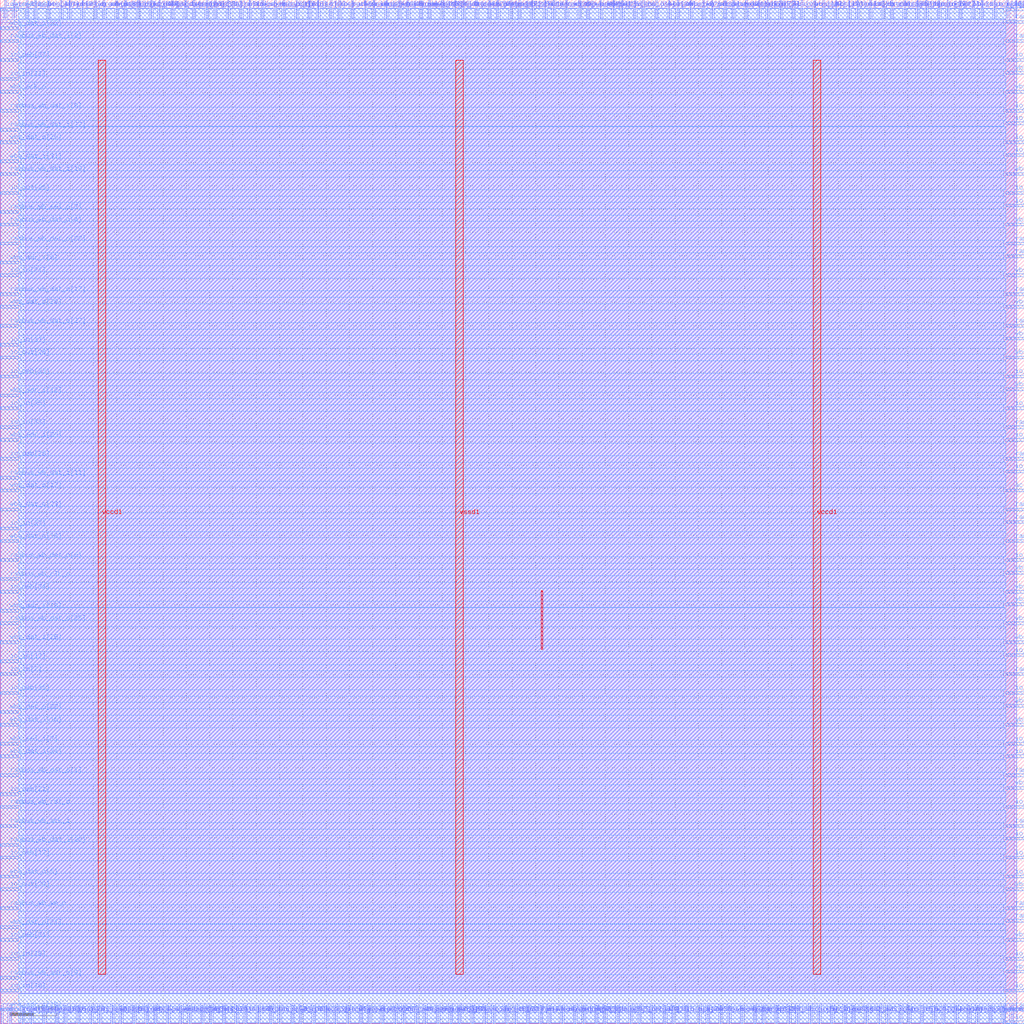
<source format=lef>
VERSION 5.7 ;
  NOWIREEXTENSIONATPIN ON ;
  DIVIDERCHAR "/" ;
  BUSBITCHARS "[]" ;
MACRO wrapped_bin_mult
  CLASS BLOCK ;
  FOREIGN wrapped_bin_mult ;
  ORIGIN 0.000 0.000 ;
  SIZE 220.000 BY 220.000 ;
  PIN active
    DIRECTION INPUT ;
    USE SIGNAL ;
    PORT
      LAYER met3 ;
        RECT 216.000 114.280 220.000 114.880 ;
    END
  END active
  PIN io_in[0]
    DIRECTION INPUT ;
    USE SIGNAL ;
    PORT
      LAYER met2 ;
        RECT 59.890 0.000 60.170 4.000 ;
    END
  END io_in[0]
  PIN io_in[10]
    DIRECTION INPUT ;
    USE SIGNAL ;
    PORT
      LAYER met3 ;
        RECT 0.000 6.840 4.000 7.440 ;
    END
  END io_in[10]
  PIN io_in[11]
    DIRECTION INPUT ;
    USE SIGNAL ;
    PORT
      LAYER met3 ;
        RECT 0.000 202.680 4.000 203.280 ;
    END
  END io_in[11]
  PIN io_in[12]
    DIRECTION INPUT ;
    USE SIGNAL ;
    PORT
      LAYER met2 ;
        RECT 128.890 216.000 129.170 220.000 ;
    END
  END io_in[12]
  PIN io_in[13]
    DIRECTION INPUT ;
    USE SIGNAL ;
    PORT
      LAYER met3 ;
        RECT 216.000 31.320 220.000 31.920 ;
    END
  END io_in[13]
  PIN io_in[14]
    DIRECTION INPUT ;
    USE SIGNAL ;
    PORT
      LAYER met2 ;
        RECT 114.170 216.000 114.450 220.000 ;
    END
  END io_in[14]
  PIN io_in[15]
    DIRECTION INPUT ;
    USE SIGNAL ;
    PORT
      LAYER met2 ;
        RECT 193.290 0.000 193.570 4.000 ;
    END
  END io_in[15]
  PIN io_in[16]
    DIRECTION INPUT ;
    USE SIGNAL ;
    PORT
      LAYER met2 ;
        RECT 162.010 0.000 162.290 4.000 ;
    END
  END io_in[16]
  PIN io_in[17]
    DIRECTION INPUT ;
    USE SIGNAL ;
    PORT
      LAYER met3 ;
        RECT 0.000 77.560 4.000 78.160 ;
    END
  END io_in[17]
  PIN io_in[18]
    DIRECTION INPUT ;
    USE SIGNAL ;
    PORT
      LAYER met2 ;
        RECT 105.890 0.000 106.170 4.000 ;
    END
  END io_in[18]
  PIN io_in[19]
    DIRECTION INPUT ;
    USE SIGNAL ;
    PORT
      LAYER met3 ;
        RECT 0.000 13.640 4.000 14.240 ;
    END
  END io_in[19]
  PIN io_in[1]
    DIRECTION INPUT ;
    USE SIGNAL ;
    PORT
      LAYER met2 ;
        RECT 175.810 0.000 176.090 4.000 ;
    END
  END io_in[1]
  PIN io_in[20]
    DIRECTION INPUT ;
    USE SIGNAL ;
    PORT
      LAYER met3 ;
        RECT 216.000 46.280 220.000 46.880 ;
    END
  END io_in[20]
  PIN io_in[21]
    DIRECTION INPUT ;
    USE SIGNAL ;
    PORT
      LAYER met3 ;
        RECT 0.000 160.520 4.000 161.120 ;
    END
  END io_in[21]
  PIN io_in[22]
    DIRECTION INPUT ;
    USE SIGNAL ;
    PORT
      LAYER met2 ;
        RECT 71.850 0.000 72.130 4.000 ;
    END
  END io_in[22]
  PIN io_in[23]
    DIRECTION INPUT ;
    USE SIGNAL ;
    PORT
      LAYER met2 ;
        RECT 96.690 0.000 96.970 4.000 ;
    END
  END io_in[23]
  PIN io_in[24]
    DIRECTION INPUT ;
    USE SIGNAL ;
    PORT
      LAYER met3 ;
        RECT 216.000 59.880 220.000 60.480 ;
    END
  END io_in[24]
  PIN io_in[25]
    DIRECTION INPUT ;
    USE SIGNAL ;
    PORT
      LAYER met3 ;
        RECT 0.000 131.960 4.000 132.560 ;
    END
  END io_in[25]
  PIN io_in[26]
    DIRECTION INPUT ;
    USE SIGNAL ;
    PORT
      LAYER met3 ;
        RECT 216.000 118.360 220.000 118.960 ;
    END
  END io_in[26]
  PIN io_in[27]
    DIRECTION INPUT ;
    USE SIGNAL ;
    PORT
      LAYER met3 ;
        RECT 0.000 106.120 4.000 106.720 ;
    END
  END io_in[27]
  PIN io_in[28]
    DIRECTION INPUT ;
    USE SIGNAL ;
    PORT
      LAYER met3 ;
        RECT 216.000 70.760 220.000 71.360 ;
    END
  END io_in[28]
  PIN io_in[29]
    DIRECTION INPUT ;
    USE SIGNAL ;
    PORT
      LAYER met2 ;
        RECT 44.250 216.000 44.530 220.000 ;
    END
  END io_in[29]
  PIN io_in[2]
    DIRECTION INPUT ;
    USE SIGNAL ;
    PORT
      LAYER met3 ;
        RECT 0.000 74.840 4.000 75.440 ;
    END
  END io_in[2]
  PIN io_in[30]
    DIRECTION INPUT ;
    USE SIGNAL ;
    PORT
      LAYER met2 ;
        RECT 108.650 0.000 108.930 4.000 ;
    END
  END io_in[30]
  PIN io_in[31]
    DIRECTION INPUT ;
    USE SIGNAL ;
    PORT
      LAYER met2 ;
        RECT 206.170 216.000 206.450 220.000 ;
    END
  END io_in[31]
  PIN io_in[32]
    DIRECTION INPUT ;
    USE SIGNAL ;
    PORT
      LAYER met2 ;
        RECT 62.650 0.000 62.930 4.000 ;
    END
  END io_in[32]
  PIN io_in[33]
    DIRECTION INPUT ;
    USE SIGNAL ;
    PORT
      LAYER met3 ;
        RECT 0.000 127.880 4.000 128.480 ;
    END
  END io_in[33]
  PIN io_in[34]
    DIRECTION INPUT ;
    USE SIGNAL ;
    PORT
      LAYER met2 ;
        RECT 68.170 216.000 68.450 220.000 ;
    END
  END io_in[34]
  PIN io_in[35]
    DIRECTION INPUT ;
    USE SIGNAL ;
    PORT
      LAYER met2 ;
        RECT 150.050 0.000 150.330 4.000 ;
    END
  END io_in[35]
  PIN io_in[36]
    DIRECTION INPUT ;
    USE SIGNAL ;
    PORT
      LAYER met2 ;
        RECT 150.970 216.000 151.250 220.000 ;
    END
  END io_in[36]
  PIN io_in[37]
    DIRECTION INPUT ;
    USE SIGNAL ;
    PORT
      LAYER met3 ;
        RECT 0.000 145.560 4.000 146.160 ;
    END
  END io_in[37]
  PIN io_in[3]
    DIRECTION INPUT ;
    USE SIGNAL ;
    PORT
      LAYER met3 ;
        RECT 216.000 195.880 220.000 196.480 ;
    END
  END io_in[3]
  PIN io_in[4]
    DIRECTION INPUT ;
    USE SIGNAL ;
    PORT
      LAYER met3 ;
        RECT 216.000 57.160 220.000 57.760 ;
    END
  END io_in[4]
  PIN io_in[5]
    DIRECTION INPUT ;
    USE SIGNAL ;
    PORT
      LAYER met2 ;
        RECT 164.770 216.000 165.050 220.000 ;
    END
  END io_in[5]
  PIN io_in[6]
    DIRECTION INPUT ;
    USE SIGNAL ;
    PORT
      LAYER met2 ;
        RECT 195.130 0.000 195.410 4.000 ;
    END
  END io_in[6]
  PIN io_in[7]
    DIRECTION INPUT ;
    USE SIGNAL ;
    PORT
      LAYER met2 ;
        RECT 81.970 0.000 82.250 4.000 ;
    END
  END io_in[7]
  PIN io_in[8]
    DIRECTION INPUT ;
    USE SIGNAL ;
    PORT
      LAYER met2 ;
        RECT 48.850 216.000 49.130 220.000 ;
    END
  END io_in[8]
  PIN io_in[9]
    DIRECTION INPUT ;
    USE SIGNAL ;
    PORT
      LAYER met2 ;
        RECT 1.010 216.000 1.290 220.000 ;
    END
  END io_in[9]
  PIN io_oeb[0]
    DIRECTION OUTPUT TRISTATE ;
    USE SIGNAL ;
    PORT
      LAYER met2 ;
        RECT 24.010 0.000 24.290 4.000 ;
    END
  END io_oeb[0]
  PIN io_oeb[10]
    DIRECTION OUTPUT TRISTATE ;
    USE SIGNAL ;
    PORT
      LAYER met3 ;
        RECT 216.000 78.920 220.000 79.520 ;
    END
  END io_oeb[10]
  PIN io_oeb[11]
    DIRECTION OUTPUT TRISTATE ;
    USE SIGNAL ;
    PORT
      LAYER met2 ;
        RECT 166.610 0.000 166.890 4.000 ;
    END
  END io_oeb[11]
  PIN io_oeb[12]
    DIRECTION OUTPUT TRISTATE ;
    USE SIGNAL ;
    PORT
      LAYER met2 ;
        RECT 21.250 0.000 21.530 4.000 ;
    END
  END io_oeb[12]
  PIN io_oeb[13]
    DIRECTION OUTPUT TRISTATE ;
    USE SIGNAL ;
    PORT
      LAYER met2 ;
        RECT 178.570 0.000 178.850 4.000 ;
    END
  END io_oeb[13]
  PIN io_oeb[14]
    DIRECTION OUTPUT TRISTATE ;
    USE SIGNAL ;
    PORT
      LAYER met2 ;
        RECT 63.570 216.000 63.850 220.000 ;
    END
  END io_oeb[14]
  PIN io_oeb[15]
    DIRECTION OUTPUT TRISTATE ;
    USE SIGNAL ;
    PORT
      LAYER met3 ;
        RECT 216.000 175.480 220.000 176.080 ;
    END
  END io_oeb[15]
  PIN io_oeb[16]
    DIRECTION OUTPUT TRISTATE ;
    USE SIGNAL ;
    PORT
      LAYER met2 ;
        RECT 202.490 0.000 202.770 4.000 ;
    END
  END io_oeb[16]
  PIN io_oeb[17]
    DIRECTION OUTPUT TRISTATE ;
    USE SIGNAL ;
    PORT
      LAYER met3 ;
        RECT 0.000 35.400 4.000 36.000 ;
    END
  END io_oeb[17]
  PIN io_oeb[18]
    DIRECTION OUTPUT TRISTATE ;
    USE SIGNAL ;
    PORT
      LAYER met3 ;
        RECT 0.000 217.640 4.000 218.240 ;
    END
  END io_oeb[18]
  PIN io_oeb[19]
    DIRECTION OUTPUT TRISTATE ;
    USE SIGNAL ;
    PORT
      LAYER met2 ;
        RECT 137.170 0.000 137.450 4.000 ;
    END
  END io_oeb[19]
  PIN io_oeb[1]
    DIRECTION OUTPUT TRISTATE ;
    USE SIGNAL ;
    PORT
      LAYER met2 ;
        RECT 194.210 216.000 194.490 220.000 ;
    END
  END io_oeb[1]
  PIN io_oeb[20]
    DIRECTION OUTPUT TRISTATE ;
    USE SIGNAL ;
    PORT
      LAYER met3 ;
        RECT 216.000 193.160 220.000 193.760 ;
    END
  END io_oeb[20]
  PIN io_oeb[21]
    DIRECTION OUTPUT TRISTATE ;
    USE SIGNAL ;
    PORT
      LAYER met3 ;
        RECT 0.000 49.000 4.000 49.600 ;
    END
  END io_oeb[21]
  PIN io_oeb[22]
    DIRECTION OUTPUT TRISTATE ;
    USE SIGNAL ;
    PORT
      LAYER met2 ;
        RECT 201.570 216.000 201.850 220.000 ;
    END
  END io_oeb[22]
  PIN io_oeb[23]
    DIRECTION OUTPUT TRISTATE ;
    USE SIGNAL ;
    PORT
      LAYER met3 ;
        RECT 0.000 138.760 4.000 139.360 ;
    END
  END io_oeb[23]
  PIN io_oeb[24]
    DIRECTION OUTPUT TRISTATE ;
    USE SIGNAL ;
    PORT
      LAYER met3 ;
        RECT 216.000 217.640 220.000 218.240 ;
    END
  END io_oeb[24]
  PIN io_oeb[25]
    DIRECTION OUTPUT TRISTATE ;
    USE SIGNAL ;
    PORT
      LAYER met2 ;
        RECT 126.130 216.000 126.410 220.000 ;
    END
  END io_oeb[25]
  PIN io_oeb[26]
    DIRECTION OUTPUT TRISTATE ;
    USE SIGNAL ;
    PORT
      LAYER met3 ;
        RECT 0.000 121.080 4.000 121.680 ;
    END
  END io_oeb[26]
  PIN io_oeb[27]
    DIRECTION OUTPUT TRISTATE ;
    USE SIGNAL ;
    PORT
      LAYER met3 ;
        RECT 216.000 99.320 220.000 99.920 ;
    END
  END io_oeb[27]
  PIN io_oeb[28]
    DIRECTION OUTPUT TRISTATE ;
    USE SIGNAL ;
    PORT
      LAYER met2 ;
        RECT 39.650 216.000 39.930 220.000 ;
    END
  END io_oeb[28]
  PIN io_oeb[29]
    DIRECTION OUTPUT TRISTATE ;
    USE SIGNAL ;
    PORT
      LAYER met2 ;
        RECT 45.170 0.000 45.450 4.000 ;
    END
  END io_oeb[29]
  PIN io_oeb[2]
    DIRECTION OUTPUT TRISTATE ;
    USE SIGNAL ;
    PORT
      LAYER met2 ;
        RECT 32.290 216.000 32.570 220.000 ;
    END
  END io_oeb[2]
  PIN io_oeb[30]
    DIRECTION OUTPUT TRISTATE ;
    USE SIGNAL ;
    PORT
      LAYER met2 ;
        RECT 218.130 216.000 218.410 220.000 ;
    END
  END io_oeb[30]
  PIN io_oeb[31]
    DIRECTION OUTPUT TRISTATE ;
    USE SIGNAL ;
    PORT
      LAYER met3 ;
        RECT 0.000 17.720 4.000 18.320 ;
    END
  END io_oeb[31]
  PIN io_oeb[32]
    DIRECTION OUTPUT TRISTATE ;
    USE SIGNAL ;
    PORT
      LAYER met2 ;
        RECT 125.210 0.000 125.490 4.000 ;
    END
  END io_oeb[32]
  PIN io_oeb[33]
    DIRECTION OUTPUT TRISTATE ;
    USE SIGNAL ;
    PORT
      LAYER met2 ;
        RECT 118.770 216.000 119.050 220.000 ;
    END
  END io_oeb[33]
  PIN io_oeb[34]
    DIRECTION OUTPUT TRISTATE ;
    USE SIGNAL ;
    PORT
      LAYER met3 ;
        RECT 0.000 92.520 4.000 93.120 ;
    END
  END io_oeb[34]
  PIN io_oeb[35]
    DIRECTION OUTPUT TRISTATE ;
    USE SIGNAL ;
    PORT
      LAYER met3 ;
        RECT 0.000 70.760 4.000 71.360 ;
    END
  END io_oeb[35]
  PIN io_oeb[36]
    DIRECTION OUTPUT TRISTATE ;
    USE SIGNAL ;
    PORT
      LAYER met2 ;
        RECT 147.290 0.000 147.570 4.000 ;
    END
  END io_oeb[36]
  PIN io_oeb[37]
    DIRECTION OUTPUT TRISTATE ;
    USE SIGNAL ;
    PORT
      LAYER met3 ;
        RECT 0.000 206.760 4.000 207.360 ;
    END
  END io_oeb[37]
  PIN io_oeb[3]
    DIRECTION OUTPUT TRISTATE ;
    USE SIGNAL ;
    PORT
      LAYER met3 ;
        RECT 216.000 186.360 220.000 186.960 ;
    END
  END io_oeb[3]
  PIN io_oeb[4]
    DIRECTION OUTPUT TRISTATE ;
    USE SIGNAL ;
    PORT
      LAYER met2 ;
        RECT 7.450 216.000 7.730 220.000 ;
    END
  END io_oeb[4]
  PIN io_oeb[5]
    DIRECTION OUTPUT TRISTATE ;
    USE SIGNAL ;
    PORT
      LAYER met3 ;
        RECT 216.000 138.760 220.000 139.360 ;
    END
  END io_oeb[5]
  PIN io_oeb[6]
    DIRECTION OUTPUT TRISTATE ;
    USE SIGNAL ;
    PORT
      LAYER met2 ;
        RECT 79.210 0.000 79.490 4.000 ;
    END
  END io_oeb[6]
  PIN io_oeb[7]
    DIRECTION OUTPUT TRISTATE ;
    USE SIGNAL ;
    PORT
      LAYER met3 ;
        RECT 216.000 39.480 220.000 40.080 ;
    END
  END io_oeb[7]
  PIN io_oeb[8]
    DIRECTION OUTPUT TRISTATE ;
    USE SIGNAL ;
    PORT
      LAYER met3 ;
        RECT 216.000 206.760 220.000 207.360 ;
    END
  END io_oeb[8]
  PIN io_oeb[9]
    DIRECTION OUTPUT TRISTATE ;
    USE SIGNAL ;
    PORT
      LAYER met3 ;
        RECT 216.000 35.400 220.000 36.000 ;
    END
  END io_oeb[9]
  PIN io_out[0]
    DIRECTION OUTPUT TRISTATE ;
    USE SIGNAL ;
    PORT
      LAYER met2 ;
        RECT 167.530 216.000 167.810 220.000 ;
    END
  END io_out[0]
  PIN io_out[10]
    DIRECTION OUTPUT TRISTATE ;
    USE SIGNAL ;
    PORT
      LAYER met3 ;
        RECT 216.000 178.200 220.000 178.800 ;
    END
  END io_out[10]
  PIN io_out[11]
    DIRECTION OUTPUT TRISTATE ;
    USE SIGNAL ;
    PORT
      LAYER met3 ;
        RECT 216.000 0.040 220.000 0.640 ;
    END
  END io_out[11]
  PIN io_out[12]
    DIRECTION OUTPUT TRISTATE ;
    USE SIGNAL ;
    PORT
      LAYER met2 ;
        RECT 181.330 0.000 181.610 4.000 ;
    END
  END io_out[12]
  PIN io_out[13]
    DIRECTION OUTPUT TRISTATE ;
    USE SIGNAL ;
    PORT
      LAYER met2 ;
        RECT 173.970 0.000 174.250 4.000 ;
    END
  END io_out[13]
  PIN io_out[14]
    DIRECTION OUTPUT TRISTATE ;
    USE SIGNAL ;
    PORT
      LAYER met3 ;
        RECT 216.000 13.640 220.000 14.240 ;
    END
  END io_out[14]
  PIN io_out[15]
    DIRECTION OUTPUT TRISTATE ;
    USE SIGNAL ;
    PORT
      LAYER met2 ;
        RECT 139.930 0.000 140.210 4.000 ;
    END
  END io_out[15]
  PIN io_out[16]
    DIRECTION OUTPUT TRISTATE ;
    USE SIGNAL ;
    PORT
      LAYER met2 ;
        RECT 172.130 216.000 172.410 220.000 ;
    END
  END io_out[16]
  PIN io_out[17]
    DIRECTION OUTPUT TRISTATE ;
    USE SIGNAL ;
    PORT
      LAYER met2 ;
        RECT 176.730 216.000 177.010 220.000 ;
    END
  END io_out[17]
  PIN io_out[18]
    DIRECTION OUTPUT TRISTATE ;
    USE SIGNAL ;
    PORT
      LAYER met2 ;
        RECT 92.090 216.000 92.370 220.000 ;
    END
  END io_out[18]
  PIN io_out[19]
    DIRECTION OUTPUT TRISTATE ;
    USE SIGNAL ;
    PORT
      LAYER met2 ;
        RECT 197.890 0.000 198.170 4.000 ;
    END
  END io_out[19]
  PIN io_out[1]
    DIRECTION OUTPUT TRISTATE ;
    USE SIGNAL ;
    PORT
      LAYER met2 ;
        RECT 47.930 0.000 48.210 4.000 ;
    END
  END io_out[1]
  PIN io_out[20]
    DIRECTION OUTPUT TRISTATE ;
    USE SIGNAL ;
    PORT
      LAYER met2 ;
        RECT 43.330 0.000 43.610 4.000 ;
    END
  END io_out[20]
  PIN io_out[21]
    DIRECTION OUTPUT TRISTATE ;
    USE SIGNAL ;
    PORT
      LAYER met2 ;
        RECT 20.330 216.000 20.610 220.000 ;
    END
  END io_out[21]
  PIN io_out[22]
    DIRECTION OUTPUT TRISTATE ;
    USE SIGNAL ;
    PORT
      LAYER met2 ;
        RECT 162.930 216.000 163.210 220.000 ;
    END
  END io_out[22]
  PIN io_out[23]
    DIRECTION OUTPUT TRISTATE ;
    USE SIGNAL ;
    PORT
      LAYER met2 ;
        RECT 90.250 216.000 90.530 220.000 ;
    END
  END io_out[23]
  PIN io_out[24]
    DIRECTION OUTPUT TRISTATE ;
    USE SIGNAL ;
    PORT
      LAYER met2 ;
        RECT 12.970 216.000 13.250 220.000 ;
    END
  END io_out[24]
  PIN io_out[25]
    DIRECTION OUTPUT TRISTATE ;
    USE SIGNAL ;
    PORT
      LAYER met3 ;
        RECT 0.000 178.200 4.000 178.800 ;
    END
  END io_out[25]
  PIN io_out[26]
    DIRECTION OUTPUT TRISTATE ;
    USE SIGNAL ;
    PORT
      LAYER met3 ;
        RECT 0.000 142.840 4.000 143.440 ;
    END
  END io_out[26]
  PIN io_out[27]
    DIRECTION OUTPUT TRISTATE ;
    USE SIGNAL ;
    PORT
      LAYER met2 ;
        RECT 212.610 0.000 212.890 4.000 ;
    END
  END io_out[27]
  PIN io_out[28]
    DIRECTION OUTPUT TRISTATE ;
    USE SIGNAL ;
    PORT
      LAYER met2 ;
        RECT 163.850 0.000 164.130 4.000 ;
    END
  END io_out[28]
  PIN io_out[29]
    DIRECTION OUTPUT TRISTATE ;
    USE SIGNAL ;
    PORT
      LAYER met3 ;
        RECT 0.000 28.600 4.000 29.200 ;
    END
  END io_out[29]
  PIN io_out[2]
    DIRECTION OUTPUT TRISTATE ;
    USE SIGNAL ;
    PORT
      LAYER met3 ;
        RECT 216.000 131.960 220.000 132.560 ;
    END
  END io_out[2]
  PIN io_out[30]
    DIRECTION OUTPUT TRISTATE ;
    USE SIGNAL ;
    PORT
      LAYER met2 ;
        RECT 140.850 216.000 141.130 220.000 ;
    END
  END io_out[30]
  PIN io_out[31]
    DIRECTION OUTPUT TRISTATE ;
    USE SIGNAL ;
    PORT
      LAYER met3 ;
        RECT 216.000 189.080 220.000 189.680 ;
    END
  END io_out[31]
  PIN io_out[32]
    DIRECTION OUTPUT TRISTATE ;
    USE SIGNAL ;
    PORT
      LAYER met2 ;
        RECT 156.490 0.000 156.770 4.000 ;
    END
  END io_out[32]
  PIN io_out[33]
    DIRECTION OUTPUT TRISTATE ;
    USE SIGNAL ;
    PORT
      LAYER met3 ;
        RECT 216.000 6.840 220.000 7.440 ;
    END
  END io_out[33]
  PIN io_out[34]
    DIRECTION OUTPUT TRISTATE ;
    USE SIGNAL ;
    PORT
      LAYER met2 ;
        RECT 29.530 216.000 29.810 220.000 ;
    END
  END io_out[34]
  PIN io_out[35]
    DIRECTION OUTPUT TRISTATE ;
    USE SIGNAL ;
    PORT
      LAYER met2 ;
        RECT 50.690 0.000 50.970 4.000 ;
    END
  END io_out[35]
  PIN io_out[36]
    DIRECTION OUTPUT TRISTATE ;
    USE SIGNAL ;
    PORT
      LAYER met2 ;
        RECT 136.250 216.000 136.530 220.000 ;
    END
  END io_out[36]
  PIN io_out[37]
    DIRECTION OUTPUT TRISTATE ;
    USE SIGNAL ;
    PORT
      LAYER met2 ;
        RECT 213.530 216.000 213.810 220.000 ;
    END
  END io_out[37]
  PIN io_out[3]
    DIRECTION OUTPUT TRISTATE ;
    USE SIGNAL ;
    PORT
      LAYER met2 ;
        RECT 203.410 216.000 203.690 220.000 ;
    END
  END io_out[3]
  PIN io_out[4]
    DIRECTION OUTPUT TRISTATE ;
    USE SIGNAL ;
    PORT
      LAYER met2 ;
        RECT 182.250 216.000 182.530 220.000 ;
    END
  END io_out[4]
  PIN io_out[5]
    DIRECTION OUTPUT TRISTATE ;
    USE SIGNAL ;
    PORT
      LAYER met2 ;
        RECT 72.770 216.000 73.050 220.000 ;
    END
  END io_out[5]
  PIN io_out[6]
    DIRECTION OUTPUT TRISTATE ;
    USE SIGNAL ;
    PORT
      LAYER met2 ;
        RECT 60.810 216.000 61.090 220.000 ;
    END
  END io_out[6]
  PIN io_out[7]
    DIRECTION OUTPUT TRISTATE ;
    USE SIGNAL ;
    PORT
      LAYER met3 ;
        RECT 216.000 125.160 220.000 125.760 ;
    END
  END io_out[7]
  PIN io_out[8]
    DIRECTION OUTPUT TRISTATE ;
    USE SIGNAL ;
    PORT
      LAYER met2 ;
        RECT 9.290 0.000 9.570 4.000 ;
    END
  END io_out[8]
  PIN io_out[9]
    DIRECTION OUTPUT TRISTATE ;
    USE SIGNAL ;
    PORT
      LAYER met2 ;
        RECT 66.330 216.000 66.610 220.000 ;
    END
  END io_out[9]
  PIN rambus_wb_ack_i
    DIRECTION INPUT ;
    USE SIGNAL ;
    PORT
      LAYER met3 ;
        RECT 0.000 42.200 4.000 42.800 ;
    END
  END rambus_wb_ack_i
  PIN rambus_wb_adr_o[0]
    DIRECTION OUTPUT TRISTATE ;
    USE SIGNAL ;
    PORT
      LAYER met3 ;
        RECT 216.000 156.440 220.000 157.040 ;
    END
  END rambus_wb_adr_o[0]
  PIN rambus_wb_adr_o[1]
    DIRECTION OUTPUT TRISTATE ;
    USE SIGNAL ;
    PORT
      LAYER met2 ;
        RECT 14.810 216.000 15.090 220.000 ;
    END
  END rambus_wb_adr_o[1]
  PIN rambus_wb_adr_o[2]
    DIRECTION OUTPUT TRISTATE ;
    USE SIGNAL ;
    PORT
      LAYER met2 ;
        RECT 75.530 216.000 75.810 220.000 ;
    END
  END rambus_wb_adr_o[2]
  PIN rambus_wb_adr_o[3]
    DIRECTION OUTPUT TRISTATE ;
    USE SIGNAL ;
    PORT
      LAYER met2 ;
        RECT 208.010 0.000 208.290 4.000 ;
    END
  END rambus_wb_adr_o[3]
  PIN rambus_wb_adr_o[4]
    DIRECTION OUTPUT TRISTATE ;
    USE SIGNAL ;
    PORT
      LAYER met3 ;
        RECT 216.000 214.920 220.000 215.520 ;
    END
  END rambus_wb_adr_o[4]
  PIN rambus_wb_adr_o[5]
    DIRECTION OUTPUT TRISTATE ;
    USE SIGNAL ;
    PORT
      LAYER met3 ;
        RECT 216.000 42.200 220.000 42.800 ;
    END
  END rambus_wb_adr_o[5]
  PIN rambus_wb_adr_o[6]
    DIRECTION OUTPUT TRISTATE ;
    USE SIGNAL ;
    PORT
      LAYER met2 ;
        RECT 209.850 0.000 210.130 4.000 ;
    END
  END rambus_wb_adr_o[6]
  PIN rambus_wb_adr_o[7]
    DIRECTION OUTPUT TRISTATE ;
    USE SIGNAL ;
    PORT
      LAYER met3 ;
        RECT 216.000 103.400 220.000 104.000 ;
    END
  END rambus_wb_adr_o[7]
  PIN rambus_wb_adr_o[8]
    DIRECTION OUTPUT TRISTATE ;
    USE SIGNAL ;
    PORT
      LAYER met2 ;
        RECT 33.210 0.000 33.490 4.000 ;
    END
  END rambus_wb_adr_o[8]
  PIN rambus_wb_adr_o[9]
    DIRECTION OUTPUT TRISTATE ;
    USE SIGNAL ;
    PORT
      LAYER met3 ;
        RECT 0.000 9.560 4.000 10.160 ;
    END
  END rambus_wb_adr_o[9]
  PIN rambus_wb_clk_o
    DIRECTION OUTPUT TRISTATE ;
    USE SIGNAL ;
    PORT
      LAYER met3 ;
        RECT 0.000 95.240 4.000 95.840 ;
    END
  END rambus_wb_clk_o
  PIN rambus_wb_cyc_o
    DIRECTION OUTPUT TRISTATE ;
    USE SIGNAL ;
    PORT
      LAYER met2 ;
        RECT 53.450 216.000 53.730 220.000 ;
    END
  END rambus_wb_cyc_o
  PIN rambus_wb_dat_i[0]
    DIRECTION INPUT ;
    USE SIGNAL ;
    PORT
      LAYER met2 ;
        RECT 85.650 216.000 85.930 220.000 ;
    END
  END rambus_wb_dat_i[0]
  PIN rambus_wb_dat_i[10]
    DIRECTION INPUT ;
    USE SIGNAL ;
    PORT
      LAYER met2 ;
        RECT 84.730 0.000 85.010 4.000 ;
    END
  END rambus_wb_dat_i[10]
  PIN rambus_wb_dat_i[11]
    DIRECTION INPUT ;
    USE SIGNAL ;
    PORT
      LAYER met3 ;
        RECT 0.000 117.000 4.000 117.600 ;
    END
  END rambus_wb_dat_i[11]
  PIN rambus_wb_dat_i[12]
    DIRECTION INPUT ;
    USE SIGNAL ;
    PORT
      LAYER met2 ;
        RECT 188.690 0.000 188.970 4.000 ;
    END
  END rambus_wb_dat_i[12]
  PIN rambus_wb_dat_i[13]
    DIRECTION INPUT ;
    USE SIGNAL ;
    PORT
      LAYER met3 ;
        RECT 216.000 21.800 220.000 22.400 ;
    END
  END rambus_wb_dat_i[13]
  PIN rambus_wb_dat_i[14]
    DIRECTION INPUT ;
    USE SIGNAL ;
    PORT
      LAYER met2 ;
        RECT 116.930 216.000 117.210 220.000 ;
    END
  END rambus_wb_dat_i[14]
  PIN rambus_wb_dat_i[15]
    DIRECTION INPUT ;
    USE SIGNAL ;
    PORT
      LAYER met2 ;
        RECT 82.890 216.000 83.170 220.000 ;
    END
  END rambus_wb_dat_i[15]
  PIN rambus_wb_dat_i[16]
    DIRECTION INPUT ;
    USE SIGNAL ;
    PORT
      LAYER met2 ;
        RECT 102.210 216.000 102.490 220.000 ;
    END
  END rambus_wb_dat_i[16]
  PIN rambus_wb_dat_i[17]
    DIRECTION INPUT ;
    USE SIGNAL ;
    PORT
      LAYER met2 ;
        RECT 101.290 0.000 101.570 4.000 ;
    END
  END rambus_wb_dat_i[17]
  PIN rambus_wb_dat_i[18]
    DIRECTION INPUT ;
    USE SIGNAL ;
    PORT
      LAYER met2 ;
        RECT 123.370 0.000 123.650 4.000 ;
    END
  END rambus_wb_dat_i[18]
  PIN rambus_wb_dat_i[19]
    DIRECTION INPUT ;
    USE SIGNAL ;
    PORT
      LAYER met3 ;
        RECT 0.000 182.280 4.000 182.880 ;
    END
  END rambus_wb_dat_i[19]
  PIN rambus_wb_dat_i[1]
    DIRECTION INPUT ;
    USE SIGNAL ;
    PORT
      LAYER met2 ;
        RECT 31.370 0.000 31.650 4.000 ;
    END
  END rambus_wb_dat_i[1]
  PIN rambus_wb_dat_i[20]
    DIRECTION INPUT ;
    USE SIGNAL ;
    PORT
      LAYER met3 ;
        RECT 0.000 38.120 4.000 38.720 ;
    END
  END rambus_wb_dat_i[20]
  PIN rambus_wb_dat_i[21]
    DIRECTION INPUT ;
    USE SIGNAL ;
    PORT
      LAYER met2 ;
        RECT 94.850 216.000 95.130 220.000 ;
    END
  END rambus_wb_dat_i[21]
  PIN rambus_wb_dat_i[22]
    DIRECTION INPUT ;
    USE SIGNAL ;
    PORT
      LAYER met2 ;
        RECT 215.370 0.000 215.650 4.000 ;
    END
  END rambus_wb_dat_i[22]
  PIN rambus_wb_dat_i[23]
    DIRECTION INPUT ;
    USE SIGNAL ;
    PORT
      LAYER met3 ;
        RECT 216.000 110.200 220.000 110.800 ;
    END
  END rambus_wb_dat_i[23]
  PIN rambus_wb_dat_i[24]
    DIRECTION INPUT ;
    USE SIGNAL ;
    PORT
      LAYER met3 ;
        RECT 216.000 121.080 220.000 121.680 ;
    END
  END rambus_wb_dat_i[24]
  PIN rambus_wb_dat_i[25]
    DIRECTION INPUT ;
    USE SIGNAL ;
    PORT
      LAYER met3 ;
        RECT 216.000 149.640 220.000 150.240 ;
    END
  END rambus_wb_dat_i[25]
  PIN rambus_wb_dat_i[26]
    DIRECTION INPUT ;
    USE SIGNAL ;
    PORT
      LAYER met2 ;
        RECT 124.290 216.000 124.570 220.000 ;
    END
  END rambus_wb_dat_i[26]
  PIN rambus_wb_dat_i[27]
    DIRECTION INPUT ;
    USE SIGNAL ;
    PORT
      LAYER met3 ;
        RECT 0.000 191.800 4.000 192.400 ;
    END
  END rambus_wb_dat_i[27]
  PIN rambus_wb_dat_i[28]
    DIRECTION INPUT ;
    USE SIGNAL ;
    PORT
      LAYER met2 ;
        RECT 34.130 216.000 34.410 220.000 ;
    END
  END rambus_wb_dat_i[28]
  PIN rambus_wb_dat_i[29]
    DIRECTION INPUT ;
    USE SIGNAL ;
    PORT
      LAYER met3 ;
        RECT 216.000 167.320 220.000 167.920 ;
    END
  END rambus_wb_dat_i[29]
  PIN rambus_wb_dat_i[2]
    DIRECTION INPUT ;
    USE SIGNAL ;
    PORT
      LAYER met3 ;
        RECT 0.000 210.840 4.000 211.440 ;
    END
  END rambus_wb_dat_i[2]
  PIN rambus_wb_dat_i[30]
    DIRECTION INPUT ;
    USE SIGNAL ;
    PORT
      LAYER met3 ;
        RECT 216.000 2.760 220.000 3.360 ;
    END
  END rambus_wb_dat_i[30]
  PIN rambus_wb_dat_i[31]
    DIRECTION INPUT ;
    USE SIGNAL ;
    PORT
      LAYER met2 ;
        RECT 87.490 216.000 87.770 220.000 ;
    END
  END rambus_wb_dat_i[31]
  PIN rambus_wb_dat_i[3]
    DIRECTION INPUT ;
    USE SIGNAL ;
    PORT
      LAYER met3 ;
        RECT 216.000 107.480 220.000 108.080 ;
    END
  END rambus_wb_dat_i[3]
  PIN rambus_wb_dat_i[4]
    DIRECTION INPUT ;
    USE SIGNAL ;
    PORT
      LAYER met3 ;
        RECT 216.000 74.840 220.000 75.440 ;
    END
  END rambus_wb_dat_i[4]
  PIN rambus_wb_dat_i[5]
    DIRECTION INPUT ;
    USE SIGNAL ;
    PORT
      LAYER met2 ;
        RECT 17.570 216.000 17.850 220.000 ;
    END
  END rambus_wb_dat_i[5]
  PIN rambus_wb_dat_i[6]
    DIRECTION INPUT ;
    USE SIGNAL ;
    PORT
      LAYER met2 ;
        RECT 51.610 216.000 51.890 220.000 ;
    END
  END rambus_wb_dat_i[6]
  PIN rambus_wb_dat_i[7]
    DIRECTION INPUT ;
    USE SIGNAL ;
    PORT
      LAYER met2 ;
        RECT 74.610 0.000 74.890 4.000 ;
    END
  END rambus_wb_dat_i[7]
  PIN rambus_wb_dat_i[8]
    DIRECTION INPUT ;
    USE SIGNAL ;
    PORT
      LAYER met3 ;
        RECT 0.000 195.880 4.000 196.480 ;
    END
  END rambus_wb_dat_i[8]
  PIN rambus_wb_dat_i[9]
    DIRECTION INPUT ;
    USE SIGNAL ;
    PORT
      LAYER met2 ;
        RECT 184.090 216.000 184.370 220.000 ;
    END
  END rambus_wb_dat_i[9]
  PIN rambus_wb_dat_o[0]
    DIRECTION OUTPUT TRISTATE ;
    USE SIGNAL ;
    PORT
      LAYER met3 ;
        RECT 0.000 99.320 4.000 99.920 ;
    END
  END rambus_wb_dat_o[0]
  PIN rambus_wb_dat_o[10]
    DIRECTION OUTPUT TRISTATE ;
    USE SIGNAL ;
    PORT
      LAYER met2 ;
        RECT 113.250 0.000 113.530 4.000 ;
    END
  END rambus_wb_dat_o[10]
  PIN rambus_wb_dat_o[11]
    DIRECTION OUTPUT TRISTATE ;
    USE SIGNAL ;
    PORT
      LAYER met2 ;
        RECT 77.370 0.000 77.650 4.000 ;
    END
  END rambus_wb_dat_o[11]
  PIN rambus_wb_dat_o[12]
    DIRECTION OUTPUT TRISTATE ;
    USE SIGNAL ;
    PORT
      LAYER met2 ;
        RECT 154.650 0.000 154.930 4.000 ;
    END
  END rambus_wb_dat_o[12]
  PIN rambus_wb_dat_o[13]
    DIRECTION OUTPUT TRISTATE ;
    USE SIGNAL ;
    PORT
      LAYER met3 ;
        RECT 216.000 127.880 220.000 128.480 ;
    END
  END rambus_wb_dat_o[13]
  PIN rambus_wb_dat_o[14]
    DIRECTION OUTPUT TRISTATE ;
    USE SIGNAL ;
    PORT
      LAYER met2 ;
        RECT 26.770 216.000 27.050 220.000 ;
    END
  END rambus_wb_dat_o[14]
  PIN rambus_wb_dat_o[15]
    DIRECTION OUTPUT TRISTATE ;
    USE SIGNAL ;
    PORT
      LAYER met2 ;
        RECT 191.450 216.000 191.730 220.000 ;
    END
  END rambus_wb_dat_o[15]
  PIN rambus_wb_dat_o[16]
    DIRECTION OUTPUT TRISTATE ;
    USE SIGNAL ;
    PORT
      LAYER met2 ;
        RECT 4.690 0.000 4.970 4.000 ;
    END
  END rambus_wb_dat_o[16]
  PIN rambus_wb_dat_o[17]
    DIRECTION OUTPUT TRISTATE ;
    USE SIGNAL ;
    PORT
      LAYER met3 ;
        RECT 0.000 156.440 4.000 157.040 ;
    END
  END rambus_wb_dat_o[17]
  PIN rambus_wb_dat_o[18]
    DIRECTION OUTPUT TRISTATE ;
    USE SIGNAL ;
    PORT
      LAYER met2 ;
        RECT 67.250 0.000 67.530 4.000 ;
    END
  END rambus_wb_dat_o[18]
  PIN rambus_wb_dat_o[19]
    DIRECTION OUTPUT TRISTATE ;
    USE SIGNAL ;
    PORT
      LAYER met2 ;
        RECT 111.410 216.000 111.690 220.000 ;
    END
  END rambus_wb_dat_o[19]
  PIN rambus_wb_dat_o[1]
    DIRECTION OUTPUT TRISTATE ;
    USE SIGNAL ;
    PORT
      LAYER met3 ;
        RECT 0.000 53.080 4.000 53.680 ;
    END
  END rambus_wb_dat_o[1]
  PIN rambus_wb_dat_o[20]
    DIRECTION OUTPUT TRISTATE ;
    USE SIGNAL ;
    PORT
      LAYER met2 ;
        RECT 58.050 0.000 58.330 4.000 ;
    END
  END rambus_wb_dat_o[20]
  PIN rambus_wb_dat_o[21]
    DIRECTION OUTPUT TRISTATE ;
    USE SIGNAL ;
    PORT
      LAYER met2 ;
        RECT 116.010 0.000 116.290 4.000 ;
    END
  END rambus_wb_dat_o[21]
  PIN rambus_wb_dat_o[22]
    DIRECTION OUTPUT TRISTATE ;
    USE SIGNAL ;
    PORT
      LAYER met3 ;
        RECT 0.000 167.320 4.000 167.920 ;
    END
  END rambus_wb_dat_o[22]
  PIN rambus_wb_dat_o[23]
    DIRECTION OUTPUT TRISTATE ;
    USE SIGNAL ;
    PORT
      LAYER met3 ;
        RECT 216.000 53.080 220.000 53.680 ;
    END
  END rambus_wb_dat_o[23]
  PIN rambus_wb_dat_o[24]
    DIRECTION OUTPUT TRISTATE ;
    USE SIGNAL ;
    PORT
      LAYER met2 ;
        RECT 148.210 216.000 148.490 220.000 ;
    END
  END rambus_wb_dat_o[24]
  PIN rambus_wb_dat_o[25]
    DIRECTION OUTPUT TRISTATE ;
    USE SIGNAL ;
    PORT
      LAYER met3 ;
        RECT 0.000 85.720 4.000 86.320 ;
    END
  END rambus_wb_dat_o[25]
  PIN rambus_wb_dat_o[26]
    DIRECTION OUTPUT TRISTATE ;
    USE SIGNAL ;
    PORT
      LAYER met2 ;
        RECT 121.530 216.000 121.810 220.000 ;
    END
  END rambus_wb_dat_o[26]
  PIN rambus_wb_dat_o[27]
    DIRECTION OUTPUT TRISTATE ;
    USE SIGNAL ;
    PORT
      LAYER met3 ;
        RECT 0.000 149.640 4.000 150.240 ;
    END
  END rambus_wb_dat_o[27]
  PIN rambus_wb_dat_o[28]
    DIRECTION OUTPUT TRISTATE ;
    USE SIGNAL ;
    PORT
      LAYER met3 ;
        RECT 216.000 210.840 220.000 211.440 ;
    END
  END rambus_wb_dat_o[28]
  PIN rambus_wb_dat_o[29]
    DIRECTION OUTPUT TRISTATE ;
    USE SIGNAL ;
    PORT
      LAYER met2 ;
        RECT 22.170 216.000 22.450 220.000 ;
    END
  END rambus_wb_dat_o[29]
  PIN rambus_wb_dat_o[2]
    DIRECTION OUTPUT TRISTATE ;
    USE SIGNAL ;
    PORT
      LAYER met2 ;
        RECT 117.850 0.000 118.130 4.000 ;
    END
  END rambus_wb_dat_o[2]
  PIN rambus_wb_dat_o[30]
    DIRECTION OUTPUT TRISTATE ;
    USE SIGNAL ;
    PORT
      LAYER met3 ;
        RECT 216.000 164.600 220.000 165.200 ;
    END
  END rambus_wb_dat_o[30]
  PIN rambus_wb_dat_o[31]
    DIRECTION OUTPUT TRISTATE ;
    USE SIGNAL ;
    PORT
      LAYER met2 ;
        RECT 171.210 0.000 171.490 4.000 ;
    END
  END rambus_wb_dat_o[31]
  PIN rambus_wb_dat_o[3]
    DIRECTION OUTPUT TRISTATE ;
    USE SIGNAL ;
    PORT
      LAYER met2 ;
        RECT 99.450 216.000 99.730 220.000 ;
    END
  END rambus_wb_dat_o[3]
  PIN rambus_wb_dat_o[4]
    DIRECTION OUTPUT TRISTATE ;
    USE SIGNAL ;
    PORT
      LAYER met3 ;
        RECT 0.000 171.400 4.000 172.000 ;
    END
  END rambus_wb_dat_o[4]
  PIN rambus_wb_dat_o[5]
    DIRECTION OUTPUT TRISTATE ;
    USE SIGNAL ;
    PORT
      LAYER met2 ;
        RECT 152.810 216.000 153.090 220.000 ;
    END
  END rambus_wb_dat_o[5]
  PIN rambus_wb_dat_o[6]
    DIRECTION OUTPUT TRISTATE ;
    USE SIGNAL ;
    PORT
      LAYER met2 ;
        RECT 19.410 0.000 19.690 4.000 ;
    END
  END rambus_wb_dat_o[6]
  PIN rambus_wb_dat_o[7]
    DIRECTION OUTPUT TRISTATE ;
    USE SIGNAL ;
    PORT
      LAYER met3 ;
        RECT 216.000 24.520 220.000 25.120 ;
    END
  END rambus_wb_dat_o[7]
  PIN rambus_wb_dat_o[8]
    DIRECTION OUTPUT TRISTATE ;
    USE SIGNAL ;
    PORT
      LAYER met2 ;
        RECT 89.330 0.000 89.610 4.000 ;
    END
  END rambus_wb_dat_o[8]
  PIN rambus_wb_dat_o[9]
    DIRECTION OUTPUT TRISTATE ;
    USE SIGNAL ;
    PORT
      LAYER met2 ;
        RECT 80.130 216.000 80.410 220.000 ;
    END
  END rambus_wb_dat_o[9]
  PIN rambus_wb_rst_o
    DIRECTION OUTPUT TRISTATE ;
    USE SIGNAL ;
    PORT
      LAYER met3 ;
        RECT 0.000 46.280 4.000 46.880 ;
    END
  END rambus_wb_rst_o
  PIN rambus_wb_sel_o[0]
    DIRECTION OUTPUT TRISTATE ;
    USE SIGNAL ;
    PORT
      LAYER met2 ;
        RECT 151.890 0.000 152.170 4.000 ;
    END
  END rambus_wb_sel_o[0]
  PIN rambus_wb_sel_o[1]
    DIRECTION OUTPUT TRISTATE ;
    USE SIGNAL ;
    PORT
      LAYER met2 ;
        RECT 155.570 216.000 155.850 220.000 ;
    END
  END rambus_wb_sel_o[1]
  PIN rambus_wb_sel_o[2]
    DIRECTION OUTPUT TRISTATE ;
    USE SIGNAL ;
    PORT
      LAYER met2 ;
        RECT 70.930 216.000 71.210 220.000 ;
    END
  END rambus_wb_sel_o[2]
  PIN rambus_wb_sel_o[3]
    DIRECTION OUTPUT TRISTATE ;
    USE SIGNAL ;
    PORT
      LAYER met3 ;
        RECT 0.000 174.120 4.000 174.720 ;
    END
  END rambus_wb_sel_o[3]
  PIN rambus_wb_stb_o
    DIRECTION OUTPUT TRISTATE ;
    USE SIGNAL ;
    PORT
      LAYER met2 ;
        RECT 145.450 216.000 145.730 220.000 ;
    END
  END rambus_wb_stb_o
  PIN rambus_wb_we_o
    DIRECTION OUTPUT TRISTATE ;
    USE SIGNAL ;
    PORT
      LAYER met3 ;
        RECT 0.000 24.520 4.000 25.120 ;
    END
  END rambus_wb_we_o
  PIN vccd1
    DIRECTION INPUT ;
    USE POWER ;
    PORT
      LAYER met4 ;
        RECT 21.040 10.640 22.640 206.960 ;
    END
    PORT
      LAYER met4 ;
        RECT 174.640 10.640 176.240 206.960 ;
    END
  END vccd1
  PIN vssd1
    DIRECTION INPUT ;
    USE GROUND ;
    PORT
      LAYER met4 ;
        RECT 97.840 10.640 99.440 206.960 ;
    END
  END vssd1
  PIN wb_clk_i
    DIRECTION INPUT ;
    USE SIGNAL ;
    PORT
      LAYER met2 ;
        RECT 190.530 0.000 190.810 4.000 ;
    END
  END wb_clk_i
  PIN wb_rst_i
    DIRECTION INPUT ;
    USE SIGNAL ;
    PORT
      LAYER met2 ;
        RECT 133.490 216.000 133.770 220.000 ;
    END
  END wb_rst_i
  PIN wbs_ack_o
    DIRECTION OUTPUT TRISTATE ;
    USE SIGNAL ;
    PORT
      LAYER met3 ;
        RECT 0.000 199.960 4.000 200.560 ;
    END
  END wbs_ack_o
  PIN wbs_adr_i[0]
    DIRECTION INPUT ;
    USE SIGNAL ;
    PORT
      LAYER met3 ;
        RECT 0.000 163.240 4.000 163.840 ;
    END
  END wbs_adr_i[0]
  PIN wbs_adr_i[10]
    DIRECTION INPUT ;
    USE SIGNAL ;
    PORT
      LAYER met2 ;
        RECT 174.890 216.000 175.170 220.000 ;
    END
  END wbs_adr_i[10]
  PIN wbs_adr_i[11]
    DIRECTION INPUT ;
    USE SIGNAL ;
    PORT
      LAYER met2 ;
        RECT 109.570 216.000 109.850 220.000 ;
    END
  END wbs_adr_i[11]
  PIN wbs_adr_i[12]
    DIRECTION INPUT ;
    USE SIGNAL ;
    PORT
      LAYER met3 ;
        RECT 0.000 134.680 4.000 135.280 ;
    END
  END wbs_adr_i[12]
  PIN wbs_adr_i[13]
    DIRECTION INPUT ;
    USE SIGNAL ;
    PORT
      LAYER met2 ;
        RECT 58.970 216.000 59.250 220.000 ;
    END
  END wbs_adr_i[13]
  PIN wbs_adr_i[14]
    DIRECTION INPUT ;
    USE SIGNAL ;
    PORT
      LAYER met3 ;
        RECT 216.000 96.600 220.000 97.200 ;
    END
  END wbs_adr_i[14]
  PIN wbs_adr_i[15]
    DIRECTION INPUT ;
    USE SIGNAL ;
    PORT
      LAYER met3 ;
        RECT 0.000 2.760 4.000 3.360 ;
    END
  END wbs_adr_i[15]
  PIN wbs_adr_i[16]
    DIRECTION INPUT ;
    USE SIGNAL ;
    PORT
      LAYER met2 ;
        RECT 104.050 0.000 104.330 4.000 ;
    END
  END wbs_adr_i[16]
  PIN wbs_adr_i[17]
    DIRECTION INPUT ;
    USE SIGNAL ;
    PORT
      LAYER met2 ;
        RECT 5.610 216.000 5.890 220.000 ;
    END
  END wbs_adr_i[17]
  PIN wbs_adr_i[18]
    DIRECTION INPUT ;
    USE SIGNAL ;
    PORT
      LAYER met3 ;
        RECT 0.000 88.440 4.000 89.040 ;
    END
  END wbs_adr_i[18]
  PIN wbs_adr_i[19]
    DIRECTION INPUT ;
    USE SIGNAL ;
    PORT
      LAYER met2 ;
        RECT 159.250 0.000 159.530 4.000 ;
    END
  END wbs_adr_i[19]
  PIN wbs_adr_i[1]
    DIRECTION INPUT ;
    USE SIGNAL ;
    PORT
      LAYER met2 ;
        RECT 198.810 216.000 199.090 220.000 ;
    END
  END wbs_adr_i[1]
  PIN wbs_adr_i[20]
    DIRECTION INPUT ;
    USE SIGNAL ;
    PORT
      LAYER met3 ;
        RECT 0.000 125.160 4.000 125.760 ;
    END
  END wbs_adr_i[20]
  PIN wbs_adr_i[21]
    DIRECTION INPUT ;
    USE SIGNAL ;
    PORT
      LAYER met2 ;
        RECT 93.930 0.000 94.210 4.000 ;
    END
  END wbs_adr_i[21]
  PIN wbs_adr_i[22]
    DIRECTION INPUT ;
    USE SIGNAL ;
    PORT
      LAYER met2 ;
        RECT 135.330 0.000 135.610 4.000 ;
    END
  END wbs_adr_i[22]
  PIN wbs_adr_i[23]
    DIRECTION INPUT ;
    USE SIGNAL ;
    PORT
      LAYER met2 ;
        RECT 205.250 0.000 205.530 4.000 ;
    END
  END wbs_adr_i[23]
  PIN wbs_adr_i[24]
    DIRECTION INPUT ;
    USE SIGNAL ;
    PORT
      LAYER met2 ;
        RECT 106.810 216.000 107.090 220.000 ;
    END
  END wbs_adr_i[24]
  PIN wbs_adr_i[25]
    DIRECTION INPUT ;
    USE SIGNAL ;
    PORT
      LAYER met2 ;
        RECT 91.170 0.000 91.450 4.000 ;
    END
  END wbs_adr_i[25]
  PIN wbs_adr_i[26]
    DIRECTION INPUT ;
    USE SIGNAL ;
    PORT
      LAYER met2 ;
        RECT 16.650 0.000 16.930 4.000 ;
    END
  END wbs_adr_i[26]
  PIN wbs_adr_i[27]
    DIRECTION INPUT ;
    USE SIGNAL ;
    PORT
      LAYER met2 ;
        RECT 143.610 216.000 143.890 220.000 ;
    END
  END wbs_adr_i[27]
  PIN wbs_adr_i[28]
    DIRECTION INPUT ;
    USE SIGNAL ;
    PORT
      LAYER met3 ;
        RECT 216.000 68.040 220.000 68.640 ;
    END
  END wbs_adr_i[28]
  PIN wbs_adr_i[29]
    DIRECTION INPUT ;
    USE SIGNAL ;
    PORT
      LAYER met3 ;
        RECT 216.000 160.520 220.000 161.120 ;
    END
  END wbs_adr_i[29]
  PIN wbs_adr_i[2]
    DIRECTION INPUT ;
    USE SIGNAL ;
    PORT
      LAYER met2 ;
        RECT 64.490 0.000 64.770 4.000 ;
    END
  END wbs_adr_i[2]
  PIN wbs_adr_i[30]
    DIRECTION INPUT ;
    USE SIGNAL ;
    PORT
      LAYER met2 ;
        RECT 216.290 216.000 216.570 220.000 ;
    END
  END wbs_adr_i[30]
  PIN wbs_adr_i[31]
    DIRECTION INPUT ;
    USE SIGNAL ;
    PORT
      LAYER met3 ;
        RECT 216.000 28.600 220.000 29.200 ;
    END
  END wbs_adr_i[31]
  PIN wbs_adr_i[3]
    DIRECTION INPUT ;
    USE SIGNAL ;
    PORT
      LAYER met2 ;
        RECT 129.810 0.000 130.090 4.000 ;
    END
  END wbs_adr_i[3]
  PIN wbs_adr_i[4]
    DIRECTION INPUT ;
    USE SIGNAL ;
    PORT
      LAYER met2 ;
        RECT 210.770 216.000 211.050 220.000 ;
    END
  END wbs_adr_i[4]
  PIN wbs_adr_i[5]
    DIRECTION INPUT ;
    USE SIGNAL ;
    PORT
      LAYER met2 ;
        RECT 127.970 0.000 128.250 4.000 ;
    END
  END wbs_adr_i[5]
  PIN wbs_adr_i[6]
    DIRECTION INPUT ;
    USE SIGNAL ;
    PORT
      LAYER met2 ;
        RECT 52.530 0.000 52.810 4.000 ;
    END
  END wbs_adr_i[6]
  PIN wbs_adr_i[7]
    DIRECTION INPUT ;
    USE SIGNAL ;
    PORT
      LAYER met2 ;
        RECT 10.210 216.000 10.490 220.000 ;
    END
  END wbs_adr_i[7]
  PIN wbs_adr_i[8]
    DIRECTION INPUT ;
    USE SIGNAL ;
    PORT
      LAYER met2 ;
        RECT 169.370 0.000 169.650 4.000 ;
    END
  END wbs_adr_i[8]
  PIN wbs_adr_i[9]
    DIRECTION INPUT ;
    USE SIGNAL ;
    PORT
      LAYER met2 ;
        RECT 217.210 0.000 217.490 4.000 ;
    END
  END wbs_adr_i[9]
  PIN wbs_cyc_i
    DIRECTION INPUT ;
    USE SIGNAL ;
    PORT
      LAYER met2 ;
        RECT 131.650 216.000 131.930 220.000 ;
    END
  END wbs_cyc_i
  PIN wbs_dat_i[0]
    DIRECTION INPUT ;
    USE SIGNAL ;
    PORT
      LAYER met3 ;
        RECT 216.000 146.920 220.000 147.520 ;
    END
  END wbs_dat_i[0]
  PIN wbs_dat_i[10]
    DIRECTION INPUT ;
    USE SIGNAL ;
    PORT
      LAYER met2 ;
        RECT 36.890 216.000 37.170 220.000 ;
    END
  END wbs_dat_i[10]
  PIN wbs_dat_i[11]
    DIRECTION INPUT ;
    USE SIGNAL ;
    PORT
      LAYER met2 ;
        RECT 46.090 216.000 46.370 220.000 ;
    END
  END wbs_dat_i[11]
  PIN wbs_dat_i[12]
    DIRECTION INPUT ;
    USE SIGNAL ;
    PORT
      LAYER met2 ;
        RECT 41.490 216.000 41.770 220.000 ;
    END
  END wbs_dat_i[12]
  PIN wbs_dat_i[13]
    DIRECTION INPUT ;
    USE SIGNAL ;
    PORT
      LAYER met2 ;
        RECT 6.530 0.000 6.810 4.000 ;
    END
  END wbs_dat_i[13]
  PIN wbs_dat_i[14]
    DIRECTION INPUT ;
    USE SIGNAL ;
    PORT
      LAYER met2 ;
        RECT 35.970 0.000 36.250 4.000 ;
    END
  END wbs_dat_i[14]
  PIN wbs_dat_i[15]
    DIRECTION INPUT ;
    USE SIGNAL ;
    PORT
      LAYER met3 ;
        RECT 216.000 63.960 220.000 64.560 ;
    END
  END wbs_dat_i[15]
  PIN wbs_dat_i[16]
    DIRECTION INPUT ;
    USE SIGNAL ;
    PORT
      LAYER met3 ;
        RECT 0.000 63.960 4.000 64.560 ;
    END
  END wbs_dat_i[16]
  PIN wbs_dat_i[17]
    DIRECTION INPUT ;
    USE SIGNAL ;
    PORT
      LAYER met2 ;
        RECT 189.610 216.000 189.890 220.000 ;
    END
  END wbs_dat_i[17]
  PIN wbs_dat_i[18]
    DIRECTION INPUT ;
    USE SIGNAL ;
    PORT
      LAYER met3 ;
        RECT 216.000 204.040 220.000 204.640 ;
    END
  END wbs_dat_i[18]
  PIN wbs_dat_i[19]
    DIRECTION INPUT ;
    USE SIGNAL ;
    PORT
      LAYER met2 ;
        RECT 78.290 216.000 78.570 220.000 ;
    END
  END wbs_dat_i[19]
  PIN wbs_dat_i[1]
    DIRECTION INPUT ;
    USE SIGNAL ;
    PORT
      LAYER met2 ;
        RECT 25.850 0.000 26.130 4.000 ;
    END
  END wbs_dat_i[1]
  PIN wbs_dat_i[20]
    DIRECTION INPUT ;
    USE SIGNAL ;
    PORT
      LAYER met3 ;
        RECT 216.000 85.720 220.000 86.320 ;
    END
  END wbs_dat_i[20]
  PIN wbs_dat_i[21]
    DIRECTION INPUT ;
    USE SIGNAL ;
    PORT
      LAYER met3 ;
        RECT 216.000 199.960 220.000 200.560 ;
    END
  END wbs_dat_i[21]
  PIN wbs_dat_i[22]
    DIRECTION INPUT ;
    USE SIGNAL ;
    PORT
      LAYER met3 ;
        RECT 0.000 213.560 4.000 214.160 ;
    END
  END wbs_dat_i[22]
  PIN wbs_dat_i[23]
    DIRECTION INPUT ;
    USE SIGNAL ;
    PORT
      LAYER met3 ;
        RECT 216.000 136.040 220.000 136.640 ;
    END
  END wbs_dat_i[23]
  PIN wbs_dat_i[24]
    DIRECTION INPUT ;
    USE SIGNAL ;
    PORT
      LAYER met3 ;
        RECT 0.000 57.160 4.000 57.760 ;
    END
  END wbs_dat_i[24]
  PIN wbs_dat_i[25]
    DIRECTION INPUT ;
    USE SIGNAL ;
    PORT
      LAYER met3 ;
        RECT 0.000 81.640 4.000 82.240 ;
    END
  END wbs_dat_i[25]
  PIN wbs_dat_i[26]
    DIRECTION INPUT ;
    USE SIGNAL ;
    PORT
      LAYER met2 ;
        RECT 208.930 216.000 209.210 220.000 ;
    END
  END wbs_dat_i[26]
  PIN wbs_dat_i[27]
    DIRECTION INPUT ;
    USE SIGNAL ;
    PORT
      LAYER met2 ;
        RECT 104.970 216.000 105.250 220.000 ;
    END
  END wbs_dat_i[27]
  PIN wbs_dat_i[28]
    DIRECTION INPUT ;
    USE SIGNAL ;
    PORT
      LAYER met2 ;
        RECT 55.290 0.000 55.570 4.000 ;
    END
  END wbs_dat_i[28]
  PIN wbs_dat_i[29]
    DIRECTION INPUT ;
    USE SIGNAL ;
    PORT
      LAYER met3 ;
        RECT 216.000 92.520 220.000 93.120 ;
    END
  END wbs_dat_i[29]
  PIN wbs_dat_i[2]
    DIRECTION INPUT ;
    USE SIGNAL ;
    PORT
      LAYER met2 ;
        RECT 144.530 0.000 144.810 4.000 ;
    END
  END wbs_dat_i[2]
  PIN wbs_dat_i[30]
    DIRECTION INPUT ;
    USE SIGNAL ;
    PORT
      LAYER met3 ;
        RECT 216.000 10.920 220.000 11.520 ;
    END
  END wbs_dat_i[30]
  PIN wbs_dat_i[31]
    DIRECTION INPUT ;
    USE SIGNAL ;
    PORT
      LAYER met3 ;
        RECT 0.000 185.000 4.000 185.600 ;
    END
  END wbs_dat_i[31]
  PIN wbs_dat_i[3]
    DIRECTION INPUT ;
    USE SIGNAL ;
    PORT
      LAYER met2 ;
        RECT 183.170 0.000 183.450 4.000 ;
    END
  END wbs_dat_i[3]
  PIN wbs_dat_i[4]
    DIRECTION INPUT ;
    USE SIGNAL ;
    PORT
      LAYER met2 ;
        RECT 28.610 0.000 28.890 4.000 ;
    END
  END wbs_dat_i[4]
  PIN wbs_dat_i[5]
    DIRECTION INPUT ;
    USE SIGNAL ;
    PORT
      LAYER met2 ;
        RECT 86.570 0.000 86.850 4.000 ;
    END
  END wbs_dat_i[5]
  PIN wbs_dat_i[6]
    DIRECTION INPUT ;
    USE SIGNAL ;
    PORT
      LAYER met3 ;
        RECT 216.000 50.360 220.000 50.960 ;
    END
  END wbs_dat_i[6]
  PIN wbs_dat_i[7]
    DIRECTION INPUT ;
    USE SIGNAL ;
    PORT
      LAYER met2 ;
        RECT 196.970 216.000 197.250 220.000 ;
    END
  END wbs_dat_i[7]
  PIN wbs_dat_i[8]
    DIRECTION INPUT ;
    USE SIGNAL ;
    PORT
      LAYER met3 ;
        RECT 216.000 171.400 220.000 172.000 ;
    END
  END wbs_dat_i[8]
  PIN wbs_dat_i[9]
    DIRECTION INPUT ;
    USE SIGNAL ;
    PORT
      LAYER met2 ;
        RECT 185.930 0.000 186.210 4.000 ;
    END
  END wbs_dat_i[9]
  PIN wbs_dat_o[0]
    DIRECTION OUTPUT TRISTATE ;
    USE SIGNAL ;
    PORT
      LAYER met2 ;
        RECT 13.890 0.000 14.170 4.000 ;
    END
  END wbs_dat_o[0]
  PIN wbs_dat_o[10]
    DIRECTION OUTPUT TRISTATE ;
    USE SIGNAL ;
    PORT
      LAYER met3 ;
        RECT 216.000 89.800 220.000 90.400 ;
    END
  END wbs_dat_o[10]
  PIN wbs_dat_o[11]
    DIRECTION OUTPUT TRISTATE ;
    USE SIGNAL ;
    PORT
      LAYER met2 ;
        RECT 1.930 0.000 2.210 4.000 ;
    END
  END wbs_dat_o[11]
  PIN wbs_dat_o[12]
    DIRECTION OUTPUT TRISTATE ;
    USE SIGNAL ;
    PORT
      LAYER met3 ;
        RECT 216.000 182.280 220.000 182.880 ;
    END
  END wbs_dat_o[12]
  PIN wbs_dat_o[13]
    DIRECTION OUTPUT TRISTATE ;
    USE SIGNAL ;
    PORT
      LAYER met2 ;
        RECT 186.850 216.000 187.130 220.000 ;
    END
  END wbs_dat_o[13]
  PIN wbs_dat_o[14]
    DIRECTION OUTPUT TRISTATE ;
    USE SIGNAL ;
    PORT
      LAYER met2 ;
        RECT 200.650 0.000 200.930 4.000 ;
    END
  END wbs_dat_o[14]
  PIN wbs_dat_o[15]
    DIRECTION OUTPUT TRISTATE ;
    USE SIGNAL ;
    PORT
      LAYER met2 ;
        RECT 179.490 216.000 179.770 220.000 ;
    END
  END wbs_dat_o[15]
  PIN wbs_dat_o[16]
    DIRECTION OUTPUT TRISTATE ;
    USE SIGNAL ;
    PORT
      LAYER met3 ;
        RECT 0.000 103.400 4.000 104.000 ;
    END
  END wbs_dat_o[16]
  PIN wbs_dat_o[17]
    DIRECTION OUTPUT TRISTATE ;
    USE SIGNAL ;
    PORT
      LAYER met3 ;
        RECT 0.000 114.280 4.000 114.880 ;
    END
  END wbs_dat_o[17]
  PIN wbs_dat_o[18]
    DIRECTION OUTPUT TRISTATE ;
    USE SIGNAL ;
    PORT
      LAYER met2 ;
        RECT 120.610 0.000 120.890 4.000 ;
    END
  END wbs_dat_o[18]
  PIN wbs_dat_o[19]
    DIRECTION OUTPUT TRISTATE ;
    USE SIGNAL ;
    PORT
      LAYER met2 ;
        RECT 0.090 0.000 0.370 4.000 ;
    END
  END wbs_dat_o[19]
  PIN wbs_dat_o[1]
    DIRECTION OUTPUT TRISTATE ;
    USE SIGNAL ;
    PORT
      LAYER met2 ;
        RECT 142.690 0.000 142.970 4.000 ;
    END
  END wbs_dat_o[1]
  PIN wbs_dat_o[20]
    DIRECTION OUTPUT TRISTATE ;
    USE SIGNAL ;
    PORT
      LAYER met3 ;
        RECT 0.000 153.720 4.000 154.320 ;
    END
  END wbs_dat_o[20]
  PIN wbs_dat_o[21]
    DIRECTION OUTPUT TRISTATE ;
    USE SIGNAL ;
    PORT
      LAYER met3 ;
        RECT 0.000 20.440 4.000 21.040 ;
    END
  END wbs_dat_o[21]
  PIN wbs_dat_o[22]
    DIRECTION OUTPUT TRISTATE ;
    USE SIGNAL ;
    PORT
      LAYER met3 ;
        RECT 0.000 66.680 4.000 67.280 ;
    END
  END wbs_dat_o[22]
  PIN wbs_dat_o[23]
    DIRECTION OUTPUT TRISTATE ;
    USE SIGNAL ;
    PORT
      LAYER met3 ;
        RECT 0.000 110.200 4.000 110.800 ;
    END
  END wbs_dat_o[23]
  PIN wbs_dat_o[24]
    DIRECTION OUTPUT TRISTATE ;
    USE SIGNAL ;
    PORT
      LAYER met2 ;
        RECT 38.730 0.000 39.010 4.000 ;
    END
  END wbs_dat_o[24]
  PIN wbs_dat_o[25]
    DIRECTION OUTPUT TRISTATE ;
    USE SIGNAL ;
    PORT
      LAYER met2 ;
        RECT 12.050 0.000 12.330 4.000 ;
    END
  END wbs_dat_o[25]
  PIN wbs_dat_o[26]
    DIRECTION OUTPUT TRISTATE ;
    USE SIGNAL ;
    PORT
      LAYER met2 ;
        RECT 138.090 216.000 138.370 220.000 ;
    END
  END wbs_dat_o[26]
  PIN wbs_dat_o[27]
    DIRECTION OUTPUT TRISTATE ;
    USE SIGNAL ;
    PORT
      LAYER met2 ;
        RECT 97.610 216.000 97.890 220.000 ;
    END
  END wbs_dat_o[27]
  PIN wbs_dat_o[28]
    DIRECTION OUTPUT TRISTATE ;
    USE SIGNAL ;
    PORT
      LAYER met2 ;
        RECT 98.530 0.000 98.810 4.000 ;
    END
  END wbs_dat_o[28]
  PIN wbs_dat_o[29]
    DIRECTION OUTPUT TRISTATE ;
    USE SIGNAL ;
    PORT
      LAYER met2 ;
        RECT 170.290 216.000 170.570 220.000 ;
    END
  END wbs_dat_o[29]
  PIN wbs_dat_o[2]
    DIRECTION OUTPUT TRISTATE ;
    USE SIGNAL ;
    PORT
      LAYER met3 ;
        RECT 216.000 17.720 220.000 18.320 ;
    END
  END wbs_dat_o[2]
  PIN wbs_dat_o[30]
    DIRECTION OUTPUT TRISTATE ;
    USE SIGNAL ;
    PORT
      LAYER met3 ;
        RECT 0.000 189.080 4.000 189.680 ;
    END
  END wbs_dat_o[30]
  PIN wbs_dat_o[31]
    DIRECTION OUTPUT TRISTATE ;
    USE SIGNAL ;
    PORT
      LAYER met3 ;
        RECT 216.000 153.720 220.000 154.320 ;
    END
  END wbs_dat_o[31]
  PIN wbs_dat_o[3]
    DIRECTION OUTPUT TRISTATE ;
    USE SIGNAL ;
    PORT
      LAYER met2 ;
        RECT 40.570 0.000 40.850 4.000 ;
    END
  END wbs_dat_o[3]
  PIN wbs_dat_o[4]
    DIRECTION OUTPUT TRISTATE ;
    USE SIGNAL ;
    PORT
      LAYER met2 ;
        RECT 70.010 0.000 70.290 4.000 ;
    END
  END wbs_dat_o[4]
  PIN wbs_dat_o[5]
    DIRECTION OUTPUT TRISTATE ;
    USE SIGNAL ;
    PORT
      LAYER met3 ;
        RECT 0.000 31.320 4.000 31.920 ;
    END
  END wbs_dat_o[5]
  PIN wbs_dat_o[6]
    DIRECTION OUTPUT TRISTATE ;
    USE SIGNAL ;
    PORT
      LAYER met3 ;
        RECT 216.000 142.840 220.000 143.440 ;
    END
  END wbs_dat_o[6]
  PIN wbs_dat_o[7]
    DIRECTION OUTPUT TRISTATE ;
    USE SIGNAL ;
    PORT
      LAYER met2 ;
        RECT 110.490 0.000 110.770 4.000 ;
    END
  END wbs_dat_o[7]
  PIN wbs_dat_o[8]
    DIRECTION OUTPUT TRISTATE ;
    USE SIGNAL ;
    PORT
      LAYER met2 ;
        RECT 160.170 216.000 160.450 220.000 ;
    END
  END wbs_dat_o[8]
  PIN wbs_dat_o[9]
    DIRECTION OUTPUT TRISTATE ;
    USE SIGNAL ;
    PORT
      LAYER met2 ;
        RECT 157.410 216.000 157.690 220.000 ;
    END
  END wbs_dat_o[9]
  PIN wbs_sel_i[0]
    DIRECTION INPUT ;
    USE SIGNAL ;
    PORT
      LAYER met2 ;
        RECT 24.930 216.000 25.210 220.000 ;
    END
  END wbs_sel_i[0]
  PIN wbs_sel_i[1]
    DIRECTION INPUT ;
    USE SIGNAL ;
    PORT
      LAYER met2 ;
        RECT 56.210 216.000 56.490 220.000 ;
    END
  END wbs_sel_i[1]
  PIN wbs_sel_i[2]
    DIRECTION INPUT ;
    USE SIGNAL ;
    PORT
      LAYER met2 ;
        RECT 132.570 0.000 132.850 4.000 ;
    END
  END wbs_sel_i[2]
  PIN wbs_sel_i[3]
    DIRECTION INPUT ;
    USE SIGNAL ;
    PORT
      LAYER met3 ;
        RECT 0.000 59.880 4.000 60.480 ;
    END
  END wbs_sel_i[3]
  PIN wbs_stb_i
    DIRECTION INPUT ;
    USE SIGNAL ;
    PORT
      LAYER met2 ;
        RECT 2.850 216.000 3.130 220.000 ;
    END
  END wbs_stb_i
  PIN wbs_we_i
    DIRECTION INPUT ;
    USE SIGNAL ;
    PORT
      LAYER met3 ;
        RECT 216.000 81.640 220.000 82.240 ;
    END
  END wbs_we_i
  OBS
      LAYER li1 ;
        RECT 5.520 7.225 217.895 215.135 ;
      LAYER met1 ;
        RECT 0.070 6.500 218.430 215.180 ;
      LAYER met2 ;
        RECT 0.100 215.720 0.730 218.125 ;
        RECT 1.570 215.720 2.570 218.125 ;
        RECT 3.410 215.720 5.330 218.125 ;
        RECT 6.170 215.720 7.170 218.125 ;
        RECT 8.010 215.720 9.930 218.125 ;
        RECT 10.770 215.720 12.690 218.125 ;
        RECT 13.530 215.720 14.530 218.125 ;
        RECT 15.370 215.720 17.290 218.125 ;
        RECT 18.130 215.720 20.050 218.125 ;
        RECT 20.890 215.720 21.890 218.125 ;
        RECT 22.730 215.720 24.650 218.125 ;
        RECT 25.490 215.720 26.490 218.125 ;
        RECT 27.330 215.720 29.250 218.125 ;
        RECT 30.090 215.720 32.010 218.125 ;
        RECT 32.850 215.720 33.850 218.125 ;
        RECT 34.690 215.720 36.610 218.125 ;
        RECT 37.450 215.720 39.370 218.125 ;
        RECT 40.210 215.720 41.210 218.125 ;
        RECT 42.050 215.720 43.970 218.125 ;
        RECT 44.810 215.720 45.810 218.125 ;
        RECT 46.650 215.720 48.570 218.125 ;
        RECT 49.410 215.720 51.330 218.125 ;
        RECT 52.170 215.720 53.170 218.125 ;
        RECT 54.010 215.720 55.930 218.125 ;
        RECT 56.770 215.720 58.690 218.125 ;
        RECT 59.530 215.720 60.530 218.125 ;
        RECT 61.370 215.720 63.290 218.125 ;
        RECT 64.130 215.720 66.050 218.125 ;
        RECT 66.890 215.720 67.890 218.125 ;
        RECT 68.730 215.720 70.650 218.125 ;
        RECT 71.490 215.720 72.490 218.125 ;
        RECT 73.330 215.720 75.250 218.125 ;
        RECT 76.090 215.720 78.010 218.125 ;
        RECT 78.850 215.720 79.850 218.125 ;
        RECT 80.690 215.720 82.610 218.125 ;
        RECT 83.450 215.720 85.370 218.125 ;
        RECT 86.210 215.720 87.210 218.125 ;
        RECT 88.050 215.720 89.970 218.125 ;
        RECT 90.810 215.720 91.810 218.125 ;
        RECT 92.650 215.720 94.570 218.125 ;
        RECT 95.410 215.720 97.330 218.125 ;
        RECT 98.170 215.720 99.170 218.125 ;
        RECT 100.010 215.720 101.930 218.125 ;
        RECT 102.770 215.720 104.690 218.125 ;
        RECT 105.530 215.720 106.530 218.125 ;
        RECT 107.370 215.720 109.290 218.125 ;
        RECT 110.130 215.720 111.130 218.125 ;
        RECT 111.970 215.720 113.890 218.125 ;
        RECT 114.730 215.720 116.650 218.125 ;
        RECT 117.490 215.720 118.490 218.125 ;
        RECT 119.330 215.720 121.250 218.125 ;
        RECT 122.090 215.720 124.010 218.125 ;
        RECT 124.850 215.720 125.850 218.125 ;
        RECT 126.690 215.720 128.610 218.125 ;
        RECT 129.450 215.720 131.370 218.125 ;
        RECT 132.210 215.720 133.210 218.125 ;
        RECT 134.050 215.720 135.970 218.125 ;
        RECT 136.810 215.720 137.810 218.125 ;
        RECT 138.650 215.720 140.570 218.125 ;
        RECT 141.410 215.720 143.330 218.125 ;
        RECT 144.170 215.720 145.170 218.125 ;
        RECT 146.010 215.720 147.930 218.125 ;
        RECT 148.770 215.720 150.690 218.125 ;
        RECT 151.530 215.720 152.530 218.125 ;
        RECT 153.370 215.720 155.290 218.125 ;
        RECT 156.130 215.720 157.130 218.125 ;
        RECT 157.970 215.720 159.890 218.125 ;
        RECT 160.730 215.720 162.650 218.125 ;
        RECT 163.490 215.720 164.490 218.125 ;
        RECT 165.330 215.720 167.250 218.125 ;
        RECT 168.090 215.720 170.010 218.125 ;
        RECT 170.850 215.720 171.850 218.125 ;
        RECT 172.690 215.720 174.610 218.125 ;
        RECT 175.450 215.720 176.450 218.125 ;
        RECT 177.290 215.720 179.210 218.125 ;
        RECT 180.050 215.720 181.970 218.125 ;
        RECT 182.810 215.720 183.810 218.125 ;
        RECT 184.650 215.720 186.570 218.125 ;
        RECT 187.410 215.720 189.330 218.125 ;
        RECT 190.170 215.720 191.170 218.125 ;
        RECT 192.010 215.720 193.930 218.125 ;
        RECT 194.770 215.720 196.690 218.125 ;
        RECT 197.530 215.720 198.530 218.125 ;
        RECT 199.370 215.720 201.290 218.125 ;
        RECT 202.130 215.720 203.130 218.125 ;
        RECT 203.970 215.720 205.890 218.125 ;
        RECT 206.730 215.720 208.650 218.125 ;
        RECT 209.490 215.720 210.490 218.125 ;
        RECT 211.330 215.720 213.250 218.125 ;
        RECT 214.090 215.720 216.010 218.125 ;
        RECT 216.850 215.720 217.850 218.125 ;
        RECT 0.100 4.280 218.400 215.720 ;
        RECT 0.650 0.155 1.650 4.280 ;
        RECT 2.490 0.155 4.410 4.280 ;
        RECT 5.250 0.155 6.250 4.280 ;
        RECT 7.090 0.155 9.010 4.280 ;
        RECT 9.850 0.155 11.770 4.280 ;
        RECT 12.610 0.155 13.610 4.280 ;
        RECT 14.450 0.155 16.370 4.280 ;
        RECT 17.210 0.155 19.130 4.280 ;
        RECT 19.970 0.155 20.970 4.280 ;
        RECT 21.810 0.155 23.730 4.280 ;
        RECT 24.570 0.155 25.570 4.280 ;
        RECT 26.410 0.155 28.330 4.280 ;
        RECT 29.170 0.155 31.090 4.280 ;
        RECT 31.930 0.155 32.930 4.280 ;
        RECT 33.770 0.155 35.690 4.280 ;
        RECT 36.530 0.155 38.450 4.280 ;
        RECT 39.290 0.155 40.290 4.280 ;
        RECT 41.130 0.155 43.050 4.280 ;
        RECT 43.890 0.155 44.890 4.280 ;
        RECT 45.730 0.155 47.650 4.280 ;
        RECT 48.490 0.155 50.410 4.280 ;
        RECT 51.250 0.155 52.250 4.280 ;
        RECT 53.090 0.155 55.010 4.280 ;
        RECT 55.850 0.155 57.770 4.280 ;
        RECT 58.610 0.155 59.610 4.280 ;
        RECT 60.450 0.155 62.370 4.280 ;
        RECT 63.210 0.155 64.210 4.280 ;
        RECT 65.050 0.155 66.970 4.280 ;
        RECT 67.810 0.155 69.730 4.280 ;
        RECT 70.570 0.155 71.570 4.280 ;
        RECT 72.410 0.155 74.330 4.280 ;
        RECT 75.170 0.155 77.090 4.280 ;
        RECT 77.930 0.155 78.930 4.280 ;
        RECT 79.770 0.155 81.690 4.280 ;
        RECT 82.530 0.155 84.450 4.280 ;
        RECT 85.290 0.155 86.290 4.280 ;
        RECT 87.130 0.155 89.050 4.280 ;
        RECT 89.890 0.155 90.890 4.280 ;
        RECT 91.730 0.155 93.650 4.280 ;
        RECT 94.490 0.155 96.410 4.280 ;
        RECT 97.250 0.155 98.250 4.280 ;
        RECT 99.090 0.155 101.010 4.280 ;
        RECT 101.850 0.155 103.770 4.280 ;
        RECT 104.610 0.155 105.610 4.280 ;
        RECT 106.450 0.155 108.370 4.280 ;
        RECT 109.210 0.155 110.210 4.280 ;
        RECT 111.050 0.155 112.970 4.280 ;
        RECT 113.810 0.155 115.730 4.280 ;
        RECT 116.570 0.155 117.570 4.280 ;
        RECT 118.410 0.155 120.330 4.280 ;
        RECT 121.170 0.155 123.090 4.280 ;
        RECT 123.930 0.155 124.930 4.280 ;
        RECT 125.770 0.155 127.690 4.280 ;
        RECT 128.530 0.155 129.530 4.280 ;
        RECT 130.370 0.155 132.290 4.280 ;
        RECT 133.130 0.155 135.050 4.280 ;
        RECT 135.890 0.155 136.890 4.280 ;
        RECT 137.730 0.155 139.650 4.280 ;
        RECT 140.490 0.155 142.410 4.280 ;
        RECT 143.250 0.155 144.250 4.280 ;
        RECT 145.090 0.155 147.010 4.280 ;
        RECT 147.850 0.155 149.770 4.280 ;
        RECT 150.610 0.155 151.610 4.280 ;
        RECT 152.450 0.155 154.370 4.280 ;
        RECT 155.210 0.155 156.210 4.280 ;
        RECT 157.050 0.155 158.970 4.280 ;
        RECT 159.810 0.155 161.730 4.280 ;
        RECT 162.570 0.155 163.570 4.280 ;
        RECT 164.410 0.155 166.330 4.280 ;
        RECT 167.170 0.155 169.090 4.280 ;
        RECT 169.930 0.155 170.930 4.280 ;
        RECT 171.770 0.155 173.690 4.280 ;
        RECT 174.530 0.155 175.530 4.280 ;
        RECT 176.370 0.155 178.290 4.280 ;
        RECT 179.130 0.155 181.050 4.280 ;
        RECT 181.890 0.155 182.890 4.280 ;
        RECT 183.730 0.155 185.650 4.280 ;
        RECT 186.490 0.155 188.410 4.280 ;
        RECT 189.250 0.155 190.250 4.280 ;
        RECT 191.090 0.155 193.010 4.280 ;
        RECT 193.850 0.155 194.850 4.280 ;
        RECT 195.690 0.155 197.610 4.280 ;
        RECT 198.450 0.155 200.370 4.280 ;
        RECT 201.210 0.155 202.210 4.280 ;
        RECT 203.050 0.155 204.970 4.280 ;
        RECT 205.810 0.155 207.730 4.280 ;
        RECT 208.570 0.155 209.570 4.280 ;
        RECT 210.410 0.155 212.330 4.280 ;
        RECT 213.170 0.155 215.090 4.280 ;
        RECT 215.930 0.155 216.930 4.280 ;
        RECT 217.770 0.155 218.400 4.280 ;
      LAYER met3 ;
        RECT 4.400 217.240 215.600 218.105 ;
        RECT 4.000 215.920 216.000 217.240 ;
        RECT 4.000 214.560 215.600 215.920 ;
        RECT 4.400 214.520 215.600 214.560 ;
        RECT 4.400 213.160 216.000 214.520 ;
        RECT 4.000 211.840 216.000 213.160 ;
        RECT 4.400 210.440 215.600 211.840 ;
        RECT 4.000 207.760 216.000 210.440 ;
        RECT 4.400 206.360 215.600 207.760 ;
        RECT 4.000 205.040 216.000 206.360 ;
        RECT 4.000 203.680 215.600 205.040 ;
        RECT 4.400 203.640 215.600 203.680 ;
        RECT 4.400 202.280 216.000 203.640 ;
        RECT 4.000 200.960 216.000 202.280 ;
        RECT 4.400 199.560 215.600 200.960 ;
        RECT 4.000 196.880 216.000 199.560 ;
        RECT 4.400 195.480 215.600 196.880 ;
        RECT 4.000 194.160 216.000 195.480 ;
        RECT 4.000 192.800 215.600 194.160 ;
        RECT 4.400 192.760 215.600 192.800 ;
        RECT 4.400 191.400 216.000 192.760 ;
        RECT 4.000 190.080 216.000 191.400 ;
        RECT 4.400 188.680 215.600 190.080 ;
        RECT 4.000 187.360 216.000 188.680 ;
        RECT 4.000 186.000 215.600 187.360 ;
        RECT 4.400 185.960 215.600 186.000 ;
        RECT 4.400 184.600 216.000 185.960 ;
        RECT 4.000 183.280 216.000 184.600 ;
        RECT 4.400 181.880 215.600 183.280 ;
        RECT 4.000 179.200 216.000 181.880 ;
        RECT 4.400 177.800 215.600 179.200 ;
        RECT 4.000 176.480 216.000 177.800 ;
        RECT 4.000 175.120 215.600 176.480 ;
        RECT 4.400 175.080 215.600 175.120 ;
        RECT 4.400 173.720 216.000 175.080 ;
        RECT 4.000 172.400 216.000 173.720 ;
        RECT 4.400 171.000 215.600 172.400 ;
        RECT 4.000 168.320 216.000 171.000 ;
        RECT 4.400 166.920 215.600 168.320 ;
        RECT 4.000 165.600 216.000 166.920 ;
        RECT 4.000 164.240 215.600 165.600 ;
        RECT 4.400 164.200 215.600 164.240 ;
        RECT 4.400 162.840 216.000 164.200 ;
        RECT 4.000 161.520 216.000 162.840 ;
        RECT 4.400 160.120 215.600 161.520 ;
        RECT 4.000 157.440 216.000 160.120 ;
        RECT 4.400 156.040 215.600 157.440 ;
        RECT 4.000 154.720 216.000 156.040 ;
        RECT 4.400 153.320 215.600 154.720 ;
        RECT 4.000 150.640 216.000 153.320 ;
        RECT 4.400 149.240 215.600 150.640 ;
        RECT 4.000 147.920 216.000 149.240 ;
        RECT 4.000 146.560 215.600 147.920 ;
        RECT 4.400 146.520 215.600 146.560 ;
        RECT 4.400 145.160 216.000 146.520 ;
        RECT 4.000 143.840 216.000 145.160 ;
        RECT 4.400 142.440 215.600 143.840 ;
        RECT 4.000 139.760 216.000 142.440 ;
        RECT 4.400 138.360 215.600 139.760 ;
        RECT 4.000 137.040 216.000 138.360 ;
        RECT 4.000 135.680 215.600 137.040 ;
        RECT 4.400 135.640 215.600 135.680 ;
        RECT 4.400 134.280 216.000 135.640 ;
        RECT 4.000 132.960 216.000 134.280 ;
        RECT 4.400 131.560 215.600 132.960 ;
        RECT 4.000 128.880 216.000 131.560 ;
        RECT 4.400 127.480 215.600 128.880 ;
        RECT 4.000 126.160 216.000 127.480 ;
        RECT 4.400 124.760 215.600 126.160 ;
        RECT 4.000 122.080 216.000 124.760 ;
        RECT 4.400 120.680 215.600 122.080 ;
        RECT 4.000 119.360 216.000 120.680 ;
        RECT 4.000 118.000 215.600 119.360 ;
        RECT 4.400 117.960 215.600 118.000 ;
        RECT 4.400 116.600 216.000 117.960 ;
        RECT 4.000 115.280 216.000 116.600 ;
        RECT 4.400 113.880 215.600 115.280 ;
        RECT 4.000 111.200 216.000 113.880 ;
        RECT 4.400 109.800 215.600 111.200 ;
        RECT 4.000 108.480 216.000 109.800 ;
        RECT 4.000 107.120 215.600 108.480 ;
        RECT 4.400 107.080 215.600 107.120 ;
        RECT 4.400 105.720 216.000 107.080 ;
        RECT 4.000 104.400 216.000 105.720 ;
        RECT 4.400 103.000 215.600 104.400 ;
        RECT 4.000 100.320 216.000 103.000 ;
        RECT 4.400 98.920 215.600 100.320 ;
        RECT 4.000 97.600 216.000 98.920 ;
        RECT 4.000 96.240 215.600 97.600 ;
        RECT 4.400 96.200 215.600 96.240 ;
        RECT 4.400 94.840 216.000 96.200 ;
        RECT 4.000 93.520 216.000 94.840 ;
        RECT 4.400 92.120 215.600 93.520 ;
        RECT 4.000 90.800 216.000 92.120 ;
        RECT 4.000 89.440 215.600 90.800 ;
        RECT 4.400 89.400 215.600 89.440 ;
        RECT 4.400 88.040 216.000 89.400 ;
        RECT 4.000 86.720 216.000 88.040 ;
        RECT 4.400 85.320 215.600 86.720 ;
        RECT 4.000 82.640 216.000 85.320 ;
        RECT 4.400 81.240 215.600 82.640 ;
        RECT 4.000 79.920 216.000 81.240 ;
        RECT 4.000 78.560 215.600 79.920 ;
        RECT 4.400 78.520 215.600 78.560 ;
        RECT 4.400 77.160 216.000 78.520 ;
        RECT 4.000 75.840 216.000 77.160 ;
        RECT 4.400 74.440 215.600 75.840 ;
        RECT 4.000 71.760 216.000 74.440 ;
        RECT 4.400 70.360 215.600 71.760 ;
        RECT 4.000 69.040 216.000 70.360 ;
        RECT 4.000 67.680 215.600 69.040 ;
        RECT 4.400 67.640 215.600 67.680 ;
        RECT 4.400 66.280 216.000 67.640 ;
        RECT 4.000 64.960 216.000 66.280 ;
        RECT 4.400 63.560 215.600 64.960 ;
        RECT 4.000 60.880 216.000 63.560 ;
        RECT 4.400 59.480 215.600 60.880 ;
        RECT 4.000 58.160 216.000 59.480 ;
        RECT 4.400 56.760 215.600 58.160 ;
        RECT 4.000 54.080 216.000 56.760 ;
        RECT 4.400 52.680 215.600 54.080 ;
        RECT 4.000 51.360 216.000 52.680 ;
        RECT 4.000 50.000 215.600 51.360 ;
        RECT 4.400 49.960 215.600 50.000 ;
        RECT 4.400 48.600 216.000 49.960 ;
        RECT 4.000 47.280 216.000 48.600 ;
        RECT 4.400 45.880 215.600 47.280 ;
        RECT 4.000 43.200 216.000 45.880 ;
        RECT 4.400 41.800 215.600 43.200 ;
        RECT 4.000 40.480 216.000 41.800 ;
        RECT 4.000 39.120 215.600 40.480 ;
        RECT 4.400 39.080 215.600 39.120 ;
        RECT 4.400 37.720 216.000 39.080 ;
        RECT 4.000 36.400 216.000 37.720 ;
        RECT 4.400 35.000 215.600 36.400 ;
        RECT 4.000 32.320 216.000 35.000 ;
        RECT 4.400 30.920 215.600 32.320 ;
        RECT 4.000 29.600 216.000 30.920 ;
        RECT 4.400 28.200 215.600 29.600 ;
        RECT 4.000 25.520 216.000 28.200 ;
        RECT 4.400 24.120 215.600 25.520 ;
        RECT 4.000 22.800 216.000 24.120 ;
        RECT 4.000 21.440 215.600 22.800 ;
        RECT 4.400 21.400 215.600 21.440 ;
        RECT 4.400 20.040 216.000 21.400 ;
        RECT 4.000 18.720 216.000 20.040 ;
        RECT 4.400 17.320 215.600 18.720 ;
        RECT 4.000 14.640 216.000 17.320 ;
        RECT 4.400 13.240 215.600 14.640 ;
        RECT 4.000 11.920 216.000 13.240 ;
        RECT 4.000 10.560 215.600 11.920 ;
        RECT 4.400 10.520 215.600 10.560 ;
        RECT 4.400 9.160 216.000 10.520 ;
        RECT 4.000 7.840 216.000 9.160 ;
        RECT 4.400 6.440 215.600 7.840 ;
        RECT 4.000 3.760 216.000 6.440 ;
        RECT 4.400 2.360 215.600 3.760 ;
        RECT 4.000 1.040 216.000 2.360 ;
        RECT 4.000 0.175 215.600 1.040 ;
      LAYER met4 ;
        RECT 116.215 80.415 116.545 92.985 ;
  END
END wrapped_bin_mult
END LIBRARY


</source>
